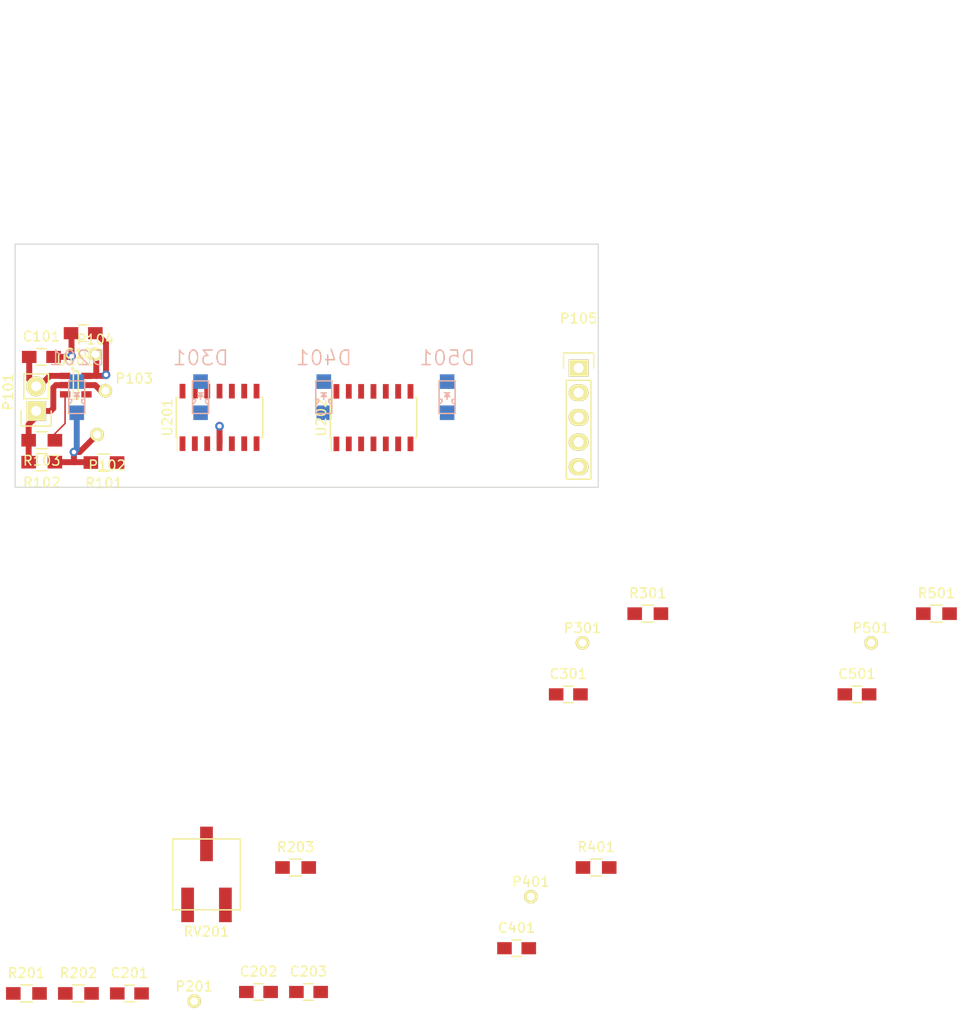
<source format=kicad_pcb>
(kicad_pcb (version 4) (host pcbnew "(2015-01-29 BZR 5396)-product")

  (general
    (links 71)
    (no_connects 55)
    (area 89.949999 74.949999 150.050001 100.050001)
    (thickness 1.6)
    (drawings 9)
    (tracks 48)
    (zones 0)
    (modules 34)
    (nets 20)
  )

  (page A4)
  (layers
    (0 F.Cu signal)
    (1 PWR.Cu signal hide)
    (2 GND.Cu signal hide)
    (31 B.Cu signal)
    (32 B.Adhes user)
    (33 F.Adhes user)
    (34 B.Paste user)
    (35 F.Paste user)
    (36 B.SilkS user)
    (37 F.SilkS user)
    (38 B.Mask user)
    (39 F.Mask user)
    (40 Dwgs.User user)
    (41 Cmts.User user)
    (42 Eco1.User user)
    (43 Eco2.User user)
    (44 Edge.Cuts user)
    (45 Margin user)
    (46 B.CrtYd user)
    (47 F.CrtYd user)
    (48 B.Fab user)
    (49 F.Fab user)
  )

  (setup
    (last_trace_width 0.1524)
    (trace_clearance 0.1524)
    (zone_clearance 0.254)
    (zone_45_only no)
    (trace_min 0.1524)
    (segment_width 0.2)
    (edge_width 0.1)
    (via_size 0.6858)
    (via_drill 0.3302)
    (via_min_size 0.6858)
    (via_min_drill 0.3302)
    (uvia_size 0.508)
    (uvia_drill 0.127)
    (uvias_allowed no)
    (uvia_min_size 0.508)
    (uvia_min_drill 0.127)
    (pcb_text_width 0.3)
    (pcb_text_size 1.5 1.5)
    (mod_edge_width 0.15)
    (mod_text_size 1 1)
    (mod_text_width 0.15)
    (pad_size 1.397 1.397)
    (pad_drill 0.8128)
    (pad_to_mask_clearance 0)
    (aux_axis_origin 0 0)
    (visible_elements 7FFFF77F)
    (pcbplotparams
      (layerselection 0x00030_80000001)
      (usegerberextensions false)
      (excludeedgelayer true)
      (linewidth 0.100000)
      (plotframeref false)
      (viasonmask false)
      (mode 1)
      (useauxorigin false)
      (hpglpennumber 1)
      (hpglpenspeed 20)
      (hpglpendiameter 15)
      (hpglpenoverlay 2)
      (psnegative false)
      (psa4output false)
      (plotreference true)
      (plotvalue true)
      (plotinvisibletext false)
      (padsonsilk false)
      (subtractmaskfromsilk false)
      (outputformat 1)
      (mirror false)
      (drillshape 1)
      (scaleselection 1)
      (outputdirectory ""))
  )

  (net 0 "")
  (net 1 "Net-(C101-Pad1)")
  (net 2 GND)
  (net 3 3V)
  (net 4 "Net-(C202-Pad1)")
  (net 5 "Net-(C202-Pad2)")
  (net 6 "Net-(C301-Pad1)")
  (net 7 "Net-(C301-Pad2)")
  (net 8 "Net-(C401-Pad1)")
  (net 9 "Net-(C401-Pad2)")
  (net 10 "Net-(C501-Pad1)")
  (net 11 "Net-(C501-Pad2)")
  (net 12 VGND)
  (net 13 /Channel1Photodetect/CHAN1_OUT)
  (net 14 /Channel2Photodetect/CHAN2_OUT)
  (net 15 /Channel3Photodetect/CHAN3_OUT)
  (net 16 /Channel4Photodetect/CHAN4_OUT)
  (net 17 "Net-(R103-Pad1)")
  (net 18 /Channel2Photodetect/REF_IN)
  (net 19 "Net-(R203-Pad2)")

  (net_class Default "This is the default net class."
    (clearance 0.1524)
    (trace_width 0.1524)
    (via_dia 0.6858)
    (via_drill 0.3302)
    (uvia_dia 0.508)
    (uvia_drill 0.127)
    (add_net /Channel1Photodetect/CHAN1_OUT)
    (add_net /Channel2Photodetect/CHAN2_OUT)
    (add_net /Channel2Photodetect/REF_IN)
    (add_net /Channel3Photodetect/CHAN3_OUT)
    (add_net /Channel4Photodetect/CHAN4_OUT)
    (add_net "Net-(C202-Pad1)")
    (add_net "Net-(C202-Pad2)")
    (add_net "Net-(C301-Pad1)")
    (add_net "Net-(C301-Pad2)")
    (add_net "Net-(C401-Pad1)")
    (add_net "Net-(C401-Pad2)")
    (add_net "Net-(C501-Pad1)")
    (add_net "Net-(C501-Pad2)")
    (add_net "Net-(R103-Pad1)")
    (add_net "Net-(R203-Pad2)")
  )

  (net_class PWR ""
    (clearance 0.254)
    (trace_width 0.6096)
    (via_dia 0.889)
    (via_drill 0.4572)
    (uvia_dia 0.508)
    (uvia_drill 0.127)
    (add_net 3V)
    (add_net GND)
    (add_net "Net-(C101-Pad1)")
    (add_net VGND)
  )

  (module Capacitors_SMD:C_0805_HandSoldering (layer F.Cu) (tedit 55623880) (tstamp 555EBBE1)
    (at 92.7 86.6)
    (descr "Capacitor SMD 0805, hand soldering")
    (tags "capacitor 0805")
    (path /555AC341)
    (attr smd)
    (fp_text reference C101 (at 0 -2.1) (layer F.SilkS)
      (effects (font (size 1 1) (thickness 0.15)))
    )
    (fp_text value 1uf (at 0 2.1) (layer F.Fab) hide
      (effects (font (size 1 1) (thickness 0.15)))
    )
    (fp_line (start -2.3 -1) (end 2.3 -1) (layer F.CrtYd) (width 0.05))
    (fp_line (start -2.3 1) (end 2.3 1) (layer F.CrtYd) (width 0.05))
    (fp_line (start -2.3 -1) (end -2.3 1) (layer F.CrtYd) (width 0.05))
    (fp_line (start 2.3 -1) (end 2.3 1) (layer F.CrtYd) (width 0.05))
    (fp_line (start 0.5 -0.85) (end -0.5 -0.85) (layer F.SilkS) (width 0.15))
    (fp_line (start -0.5 0.85) (end 0.5 0.85) (layer F.SilkS) (width 0.15))
    (pad 1 smd rect (at -1.25 0) (size 1.5 1.25) (layers F.Cu F.Paste F.Mask)
      (net 1 "Net-(C101-Pad1)"))
    (pad 2 smd rect (at 1.25 0) (size 1.5 1.25) (layers F.Cu F.Paste F.Mask)
      (net 2 GND))
    (model Capacitors_SMD.3dshapes/C_0805_HandSoldering.wrl
      (at (xyz 0 0 0))
      (scale (xyz 1 1 1))
      (rotate (xyz 0 0 0))
    )
  )

  (module Capacitors_SMD:C_0805_HandSoldering (layer F.Cu) (tedit 556247F6) (tstamp 555EBBE7)
    (at 97 84.16 180)
    (descr "Capacitor SMD 0805, hand soldering")
    (tags "capacitor 0805")
    (path /555AC4FE)
    (attr smd)
    (fp_text reference C102 (at 0 -2.1 180) (layer F.SilkS)
      (effects (font (size 1 1) (thickness 0.15)))
    )
    (fp_text value 1uf (at 0 2.1 180) (layer F.Fab) hide
      (effects (font (size 1 1) (thickness 0.15)))
    )
    (fp_line (start -2.3 -1) (end 2.3 -1) (layer F.CrtYd) (width 0.05))
    (fp_line (start -2.3 1) (end 2.3 1) (layer F.CrtYd) (width 0.05))
    (fp_line (start -2.3 -1) (end -2.3 1) (layer F.CrtYd) (width 0.05))
    (fp_line (start 2.3 -1) (end 2.3 1) (layer F.CrtYd) (width 0.05))
    (fp_line (start 0.5 -0.85) (end -0.5 -0.85) (layer F.SilkS) (width 0.15))
    (fp_line (start -0.5 0.85) (end 0.5 0.85) (layer F.SilkS) (width 0.15))
    (pad 1 smd rect (at -1.25 0 180) (size 1.5 1.25) (layers F.Cu F.Paste F.Mask)
      (net 3 3V))
    (pad 2 smd rect (at 1.25 0 180) (size 1.5 1.25) (layers F.Cu F.Paste F.Mask)
      (net 2 GND))
    (model Capacitors_SMD.3dshapes/C_0805_HandSoldering.wrl
      (at (xyz 0 0 0))
      (scale (xyz 1 1 1))
      (rotate (xyz 0 0 0))
    )
  )

  (module Capacitors_SMD:C_0805_HandSoldering (layer F.Cu) (tedit 541A9B8D) (tstamp 555EBBED)
    (at 101.759001 152.049)
    (descr "Capacitor SMD 0805, hand soldering")
    (tags "capacitor 0805")
    (path /5557A253/5557A81E)
    (attr smd)
    (fp_text reference C201 (at 0 -2.1) (layer F.SilkS)
      (effects (font (size 1 1) (thickness 0.15)))
    )
    (fp_text value .1uf (at 0 2.1) (layer F.Fab)
      (effects (font (size 1 1) (thickness 0.15)))
    )
    (fp_line (start -2.3 -1) (end 2.3 -1) (layer F.CrtYd) (width 0.05))
    (fp_line (start -2.3 1) (end 2.3 1) (layer F.CrtYd) (width 0.05))
    (fp_line (start -2.3 -1) (end -2.3 1) (layer F.CrtYd) (width 0.05))
    (fp_line (start 2.3 -1) (end 2.3 1) (layer F.CrtYd) (width 0.05))
    (fp_line (start 0.5 -0.85) (end -0.5 -0.85) (layer F.SilkS) (width 0.15))
    (fp_line (start -0.5 0.85) (end 0.5 0.85) (layer F.SilkS) (width 0.15))
    (pad 1 smd rect (at -1.25 0) (size 1.5 1.25) (layers F.Cu F.Paste F.Mask)
      (net 2 GND))
    (pad 2 smd rect (at 1.25 0) (size 1.5 1.25) (layers F.Cu F.Paste F.Mask)
      (net 3 3V))
    (model Capacitors_SMD.3dshapes/C_0805_HandSoldering.wrl
      (at (xyz 0 0 0))
      (scale (xyz 1 1 1))
      (rotate (xyz 0 0 0))
    )
  )

  (module Capacitors_SMD:C_0805_HandSoldering (layer F.Cu) (tedit 541A9B8D) (tstamp 555EBBF3)
    (at 115.039001 151.899)
    (descr "Capacitor SMD 0805, hand soldering")
    (tags "capacitor 0805")
    (path /5557A253/5557A7E6)
    (attr smd)
    (fp_text reference C202 (at 0 -2.1) (layer F.SilkS)
      (effects (font (size 1 1) (thickness 0.15)))
    )
    (fp_text value 100pf (at 0 2.1) (layer F.Fab)
      (effects (font (size 1 1) (thickness 0.15)))
    )
    (fp_line (start -2.3 -1) (end 2.3 -1) (layer F.CrtYd) (width 0.05))
    (fp_line (start -2.3 1) (end 2.3 1) (layer F.CrtYd) (width 0.05))
    (fp_line (start -2.3 -1) (end -2.3 1) (layer F.CrtYd) (width 0.05))
    (fp_line (start 2.3 -1) (end 2.3 1) (layer F.CrtYd) (width 0.05))
    (fp_line (start 0.5 -0.85) (end -0.5 -0.85) (layer F.SilkS) (width 0.15))
    (fp_line (start -0.5 0.85) (end 0.5 0.85) (layer F.SilkS) (width 0.15))
    (pad 1 smd rect (at -1.25 0) (size 1.5 1.25) (layers F.Cu F.Paste F.Mask)
      (net 4 "Net-(C202-Pad1)"))
    (pad 2 smd rect (at 1.25 0) (size 1.5 1.25) (layers F.Cu F.Paste F.Mask)
      (net 5 "Net-(C202-Pad2)"))
    (model Capacitors_SMD.3dshapes/C_0805_HandSoldering.wrl
      (at (xyz 0 0 0))
      (scale (xyz 1 1 1))
      (rotate (xyz 0 0 0))
    )
  )

  (module Capacitors_SMD:C_0805_HandSoldering (layer F.Cu) (tedit 541A9B8D) (tstamp 555EBBF9)
    (at 120.189001 151.899)
    (descr "Capacitor SMD 0805, hand soldering")
    (tags "capacitor 0805")
    (path /5557A253/5557A868)
    (attr smd)
    (fp_text reference C203 (at 0 -2.1) (layer F.SilkS)
      (effects (font (size 1 1) (thickness 0.15)))
    )
    (fp_text value .1uf (at 0 2.1) (layer F.Fab)
      (effects (font (size 1 1) (thickness 0.15)))
    )
    (fp_line (start -2.3 -1) (end 2.3 -1) (layer F.CrtYd) (width 0.05))
    (fp_line (start -2.3 1) (end 2.3 1) (layer F.CrtYd) (width 0.05))
    (fp_line (start -2.3 -1) (end -2.3 1) (layer F.CrtYd) (width 0.05))
    (fp_line (start 2.3 -1) (end 2.3 1) (layer F.CrtYd) (width 0.05))
    (fp_line (start 0.5 -0.85) (end -0.5 -0.85) (layer F.SilkS) (width 0.15))
    (fp_line (start -0.5 0.85) (end 0.5 0.85) (layer F.SilkS) (width 0.15))
    (pad 1 smd rect (at -1.25 0) (size 1.5 1.25) (layers F.Cu F.Paste F.Mask)
      (net 2 GND))
    (pad 2 smd rect (at 1.25 0) (size 1.5 1.25) (layers F.Cu F.Paste F.Mask)
      (net 3 3V))
    (model Capacitors_SMD.3dshapes/C_0805_HandSoldering.wrl
      (at (xyz 0 0 0))
      (scale (xyz 1 1 1))
      (rotate (xyz 0 0 0))
    )
  )

  (module Capacitors_SMD:C_0805_HandSoldering (layer F.Cu) (tedit 541A9B8D) (tstamp 555EBBFF)
    (at 146.919001 121.299)
    (descr "Capacitor SMD 0805, hand soldering")
    (tags "capacitor 0805")
    (path /5557AE04/5557B2BD)
    (attr smd)
    (fp_text reference C301 (at 0 -2.1) (layer F.SilkS)
      (effects (font (size 1 1) (thickness 0.15)))
    )
    (fp_text value 100pf (at 0 2.1) (layer F.Fab)
      (effects (font (size 1 1) (thickness 0.15)))
    )
    (fp_line (start -2.3 -1) (end 2.3 -1) (layer F.CrtYd) (width 0.05))
    (fp_line (start -2.3 1) (end 2.3 1) (layer F.CrtYd) (width 0.05))
    (fp_line (start -2.3 -1) (end -2.3 1) (layer F.CrtYd) (width 0.05))
    (fp_line (start 2.3 -1) (end 2.3 1) (layer F.CrtYd) (width 0.05))
    (fp_line (start 0.5 -0.85) (end -0.5 -0.85) (layer F.SilkS) (width 0.15))
    (fp_line (start -0.5 0.85) (end 0.5 0.85) (layer F.SilkS) (width 0.15))
    (pad 1 smd rect (at -1.25 0) (size 1.5 1.25) (layers F.Cu F.Paste F.Mask)
      (net 6 "Net-(C301-Pad1)"))
    (pad 2 smd rect (at 1.25 0) (size 1.5 1.25) (layers F.Cu F.Paste F.Mask)
      (net 7 "Net-(C301-Pad2)"))
    (model Capacitors_SMD.3dshapes/C_0805_HandSoldering.wrl
      (at (xyz 0 0 0))
      (scale (xyz 1 1 1))
      (rotate (xyz 0 0 0))
    )
  )

  (module Capacitors_SMD:C_0805_HandSoldering (layer F.Cu) (tedit 541A9B8D) (tstamp 555EBC05)
    (at 141.599001 147.399)
    (descr "Capacitor SMD 0805, hand soldering")
    (tags "capacitor 0805")
    (path /5557C835/5557CAA7)
    (attr smd)
    (fp_text reference C401 (at 0 -2.1) (layer F.SilkS)
      (effects (font (size 1 1) (thickness 0.15)))
    )
    (fp_text value 100pf (at 0 2.1) (layer F.Fab)
      (effects (font (size 1 1) (thickness 0.15)))
    )
    (fp_line (start -2.3 -1) (end 2.3 -1) (layer F.CrtYd) (width 0.05))
    (fp_line (start -2.3 1) (end 2.3 1) (layer F.CrtYd) (width 0.05))
    (fp_line (start -2.3 -1) (end -2.3 1) (layer F.CrtYd) (width 0.05))
    (fp_line (start 2.3 -1) (end 2.3 1) (layer F.CrtYd) (width 0.05))
    (fp_line (start 0.5 -0.85) (end -0.5 -0.85) (layer F.SilkS) (width 0.15))
    (fp_line (start -0.5 0.85) (end 0.5 0.85) (layer F.SilkS) (width 0.15))
    (pad 1 smd rect (at -1.25 0) (size 1.5 1.25) (layers F.Cu F.Paste F.Mask)
      (net 8 "Net-(C401-Pad1)"))
    (pad 2 smd rect (at 1.25 0) (size 1.5 1.25) (layers F.Cu F.Paste F.Mask)
      (net 9 "Net-(C401-Pad2)"))
    (model Capacitors_SMD.3dshapes/C_0805_HandSoldering.wrl
      (at (xyz 0 0 0))
      (scale (xyz 1 1 1))
      (rotate (xyz 0 0 0))
    )
  )

  (module Capacitors_SMD:C_0805_HandSoldering (layer F.Cu) (tedit 541A9B8D) (tstamp 555EBC0B)
    (at 176.619001 121.299)
    (descr "Capacitor SMD 0805, hand soldering")
    (tags "capacitor 0805")
    (path /5557CF0D/5557D1F2)
    (attr smd)
    (fp_text reference C501 (at 0 -2.1) (layer F.SilkS)
      (effects (font (size 1 1) (thickness 0.15)))
    )
    (fp_text value 100pf (at 0 2.1) (layer F.Fab)
      (effects (font (size 1 1) (thickness 0.15)))
    )
    (fp_line (start -2.3 -1) (end 2.3 -1) (layer F.CrtYd) (width 0.05))
    (fp_line (start -2.3 1) (end 2.3 1) (layer F.CrtYd) (width 0.05))
    (fp_line (start -2.3 -1) (end -2.3 1) (layer F.CrtYd) (width 0.05))
    (fp_line (start 2.3 -1) (end 2.3 1) (layer F.CrtYd) (width 0.05))
    (fp_line (start 0.5 -0.85) (end -0.5 -0.85) (layer F.SilkS) (width 0.15))
    (fp_line (start -0.5 0.85) (end 0.5 0.85) (layer F.SilkS) (width 0.15))
    (pad 1 smd rect (at -1.25 0) (size 1.5 1.25) (layers F.Cu F.Paste F.Mask)
      (net 10 "Net-(C501-Pad1)"))
    (pad 2 smd rect (at 1.25 0) (size 1.5 1.25) (layers F.Cu F.Paste F.Mask)
      (net 11 "Net-(C501-Pad2)"))
    (model Capacitors_SMD.3dshapes/C_0805_HandSoldering.wrl
      (at (xyz 0 0 0))
      (scale (xyz 1 1 1))
      (rotate (xyz 0 0 0))
    )
  )

  (module pcb:SFH2701 (layer B.Cu) (tedit 556238E3) (tstamp 555EBC21)
    (at 96.34 90.74)
    (path /5557A253/5557A7F6)
    (fp_text reference D201 (at 0.01 -4.04) (layer B.SilkS)
      (effects (font (size 1.5 1.5) (thickness 0.15)) (justify mirror))
    )
    (fp_text value "SFH 2701" (at 0.07 3.81) (layer B.Fab) hide
      (effects (font (size 1.5 1.5) (thickness 0.15)) (justify mirror))
    )
    (fp_line (start 0.12 -0.22) (end -0.07 -0.19) (layer B.SilkS) (width 0.15))
    (fp_line (start 0.26 -0.44) (end -0.28 -0.44) (layer B.SilkS) (width 0.15))
    (fp_line (start -0.01 -0.08) (end -0.01 0.22) (layer B.SilkS) (width 0.15))
    (fp_line (start 0.28 -0.07) (end 0 -0.39) (layer B.SilkS) (width 0.15))
    (fp_line (start 0 -0.39) (end -0.26 -0.07) (layer B.SilkS) (width 0.15))
    (fp_line (start 0.27 -0.07) (end -0.26 -0.07) (layer B.SilkS) (width 0.15))
    (fp_line (start 0.82 0.8) (end 0.51 0.5) (layer B.SilkS) (width 0.15))
    (fp_line (start 0.51 0.5) (end 0.51 0.24) (layer B.SilkS) (width 0.15))
    (fp_line (start 0.51 0.24) (end 0.79 0.24) (layer B.SilkS) (width 0.15))
    (fp_line (start -0.82 0.79) (end -0.53 0.45) (layer B.SilkS) (width 0.15))
    (fp_line (start -0.53 0.45) (end -0.53 0.22) (layer B.SilkS) (width 0.15))
    (fp_line (start -0.53 0.22) (end -0.8 0.22) (layer B.SilkS) (width 0.15))
    (fp_line (start -0.825 1.675) (end 0.825 1.675) (layer B.SilkS) (width 0.15))
    (fp_line (start 0.825 1.675) (end 0.825 -1.675) (layer B.SilkS) (width 0.15))
    (fp_line (start 0.825 -1.675) (end -0.825 -1.675) (layer B.SilkS) (width 0.15))
    (fp_line (start -0.825 -1.675) (end -0.825 1.675) (layer B.SilkS) (width 0.15))
    (pad 1 smd rect (at 0 1.6) (size 1.5 1.5) (layers B.Cu B.Paste B.Mask)
      (net 12 VGND))
    (pad 2 smd rect (at 0 -1.6) (size 1.5 1.5) (layers B.Cu B.Paste B.Mask)
      (net 5 "Net-(C202-Pad2)"))
  )

  (module pcb:SFH2701 (layer B.Cu) (tedit 556238E9) (tstamp 555EBC37)
    (at 109.08 90.74)
    (path /5557AE04/5557B2CD)
    (fp_text reference D301 (at 0.01 -4.04) (layer B.SilkS)
      (effects (font (size 1.5 1.5) (thickness 0.15)) (justify mirror))
    )
    (fp_text value "SFH 2701" (at 0.07 3.81) (layer B.Fab) hide
      (effects (font (size 1.5 1.5) (thickness 0.15)) (justify mirror))
    )
    (fp_line (start 0.12 -0.22) (end -0.07 -0.19) (layer B.SilkS) (width 0.15))
    (fp_line (start 0.26 -0.44) (end -0.28 -0.44) (layer B.SilkS) (width 0.15))
    (fp_line (start -0.01 -0.08) (end -0.01 0.22) (layer B.SilkS) (width 0.15))
    (fp_line (start 0.28 -0.07) (end 0 -0.39) (layer B.SilkS) (width 0.15))
    (fp_line (start 0 -0.39) (end -0.26 -0.07) (layer B.SilkS) (width 0.15))
    (fp_line (start 0.27 -0.07) (end -0.26 -0.07) (layer B.SilkS) (width 0.15))
    (fp_line (start 0.82 0.8) (end 0.51 0.5) (layer B.SilkS) (width 0.15))
    (fp_line (start 0.51 0.5) (end 0.51 0.24) (layer B.SilkS) (width 0.15))
    (fp_line (start 0.51 0.24) (end 0.79 0.24) (layer B.SilkS) (width 0.15))
    (fp_line (start -0.82 0.79) (end -0.53 0.45) (layer B.SilkS) (width 0.15))
    (fp_line (start -0.53 0.45) (end -0.53 0.22) (layer B.SilkS) (width 0.15))
    (fp_line (start -0.53 0.22) (end -0.8 0.22) (layer B.SilkS) (width 0.15))
    (fp_line (start -0.825 1.675) (end 0.825 1.675) (layer B.SilkS) (width 0.15))
    (fp_line (start 0.825 1.675) (end 0.825 -1.675) (layer B.SilkS) (width 0.15))
    (fp_line (start 0.825 -1.675) (end -0.825 -1.675) (layer B.SilkS) (width 0.15))
    (fp_line (start -0.825 -1.675) (end -0.825 1.675) (layer B.SilkS) (width 0.15))
    (pad 1 smd rect (at 0 1.6) (size 1.5 1.5) (layers B.Cu B.Paste B.Mask)
      (net 12 VGND))
    (pad 2 smd rect (at 0 -1.6) (size 1.5 1.5) (layers B.Cu B.Paste B.Mask)
      (net 7 "Net-(C301-Pad2)"))
  )

  (module pcb:SFH2701 (layer B.Cu) (tedit 556238EF) (tstamp 555EBC4D)
    (at 121.76 90.74)
    (path /5557C835/5557CAB7)
    (fp_text reference D401 (at 0.01 -4.04) (layer B.SilkS)
      (effects (font (size 1.5 1.5) (thickness 0.15)) (justify mirror))
    )
    (fp_text value "SFH 2701" (at 0.07 3.81) (layer B.Fab) hide
      (effects (font (size 1.5 1.5) (thickness 0.15)) (justify mirror))
    )
    (fp_line (start 0.12 -0.22) (end -0.07 -0.19) (layer B.SilkS) (width 0.15))
    (fp_line (start 0.26 -0.44) (end -0.28 -0.44) (layer B.SilkS) (width 0.15))
    (fp_line (start -0.01 -0.08) (end -0.01 0.22) (layer B.SilkS) (width 0.15))
    (fp_line (start 0.28 -0.07) (end 0 -0.39) (layer B.SilkS) (width 0.15))
    (fp_line (start 0 -0.39) (end -0.26 -0.07) (layer B.SilkS) (width 0.15))
    (fp_line (start 0.27 -0.07) (end -0.26 -0.07) (layer B.SilkS) (width 0.15))
    (fp_line (start 0.82 0.8) (end 0.51 0.5) (layer B.SilkS) (width 0.15))
    (fp_line (start 0.51 0.5) (end 0.51 0.24) (layer B.SilkS) (width 0.15))
    (fp_line (start 0.51 0.24) (end 0.79 0.24) (layer B.SilkS) (width 0.15))
    (fp_line (start -0.82 0.79) (end -0.53 0.45) (layer B.SilkS) (width 0.15))
    (fp_line (start -0.53 0.45) (end -0.53 0.22) (layer B.SilkS) (width 0.15))
    (fp_line (start -0.53 0.22) (end -0.8 0.22) (layer B.SilkS) (width 0.15))
    (fp_line (start -0.825 1.675) (end 0.825 1.675) (layer B.SilkS) (width 0.15))
    (fp_line (start 0.825 1.675) (end 0.825 -1.675) (layer B.SilkS) (width 0.15))
    (fp_line (start 0.825 -1.675) (end -0.825 -1.675) (layer B.SilkS) (width 0.15))
    (fp_line (start -0.825 -1.675) (end -0.825 1.675) (layer B.SilkS) (width 0.15))
    (pad 1 smd rect (at 0 1.6) (size 1.5 1.5) (layers B.Cu B.Paste B.Mask)
      (net 12 VGND))
    (pad 2 smd rect (at 0 -1.6) (size 1.5 1.5) (layers B.Cu B.Paste B.Mask)
      (net 9 "Net-(C401-Pad2)"))
  )

  (module pcb:SFH2701 (layer B.Cu) (tedit 556238F7) (tstamp 555EBC63)
    (at 134.45 90.74)
    (path /5557CF0D/5557D202)
    (fp_text reference D501 (at 0.01 -4.04) (layer B.SilkS)
      (effects (font (size 1.5 1.5) (thickness 0.15)) (justify mirror))
    )
    (fp_text value "SFH 2701" (at 0.07 3.81) (layer B.Fab) hide
      (effects (font (size 1.5 1.5) (thickness 0.15)) (justify mirror))
    )
    (fp_line (start 0.12 -0.22) (end -0.07 -0.19) (layer B.SilkS) (width 0.15))
    (fp_line (start 0.26 -0.44) (end -0.28 -0.44) (layer B.SilkS) (width 0.15))
    (fp_line (start -0.01 -0.08) (end -0.01 0.22) (layer B.SilkS) (width 0.15))
    (fp_line (start 0.28 -0.07) (end 0 -0.39) (layer B.SilkS) (width 0.15))
    (fp_line (start 0 -0.39) (end -0.26 -0.07) (layer B.SilkS) (width 0.15))
    (fp_line (start 0.27 -0.07) (end -0.26 -0.07) (layer B.SilkS) (width 0.15))
    (fp_line (start 0.82 0.8) (end 0.51 0.5) (layer B.SilkS) (width 0.15))
    (fp_line (start 0.51 0.5) (end 0.51 0.24) (layer B.SilkS) (width 0.15))
    (fp_line (start 0.51 0.24) (end 0.79 0.24) (layer B.SilkS) (width 0.15))
    (fp_line (start -0.82 0.79) (end -0.53 0.45) (layer B.SilkS) (width 0.15))
    (fp_line (start -0.53 0.45) (end -0.53 0.22) (layer B.SilkS) (width 0.15))
    (fp_line (start -0.53 0.22) (end -0.8 0.22) (layer B.SilkS) (width 0.15))
    (fp_line (start -0.825 1.675) (end 0.825 1.675) (layer B.SilkS) (width 0.15))
    (fp_line (start 0.825 1.675) (end 0.825 -1.675) (layer B.SilkS) (width 0.15))
    (fp_line (start 0.825 -1.675) (end -0.825 -1.675) (layer B.SilkS) (width 0.15))
    (fp_line (start -0.825 -1.675) (end -0.825 1.675) (layer B.SilkS) (width 0.15))
    (pad 1 smd rect (at 0 1.6) (size 1.5 1.5) (layers B.Cu B.Paste B.Mask)
      (net 12 VGND))
    (pad 2 smd rect (at 0 -1.6) (size 1.5 1.5) (layers B.Cu B.Paste B.Mask)
      (net 11 "Net-(C501-Pad2)"))
  )

  (module Pin_Headers:Pin_Header_Straight_1x02 (layer F.Cu) (tedit 55623996) (tstamp 555EBC69)
    (at 92.16 92.16 180)
    (descr "Through hole pin header")
    (tags "pin header")
    (path /555ABEBF)
    (fp_text reference P101 (at 2.87 1.96 450) (layer F.SilkS)
      (effects (font (size 1 1) (thickness 0.15)))
    )
    (fp_text value CONN_01X02 (at 0 -3.1 180) (layer F.Fab) hide
      (effects (font (size 1 1) (thickness 0.15)))
    )
    (fp_line (start 1.27 1.27) (end 1.27 3.81) (layer F.SilkS) (width 0.15))
    (fp_line (start 1.55 -1.55) (end 1.55 0) (layer F.SilkS) (width 0.15))
    (fp_line (start -1.75 -1.75) (end -1.75 4.3) (layer F.CrtYd) (width 0.05))
    (fp_line (start 1.75 -1.75) (end 1.75 4.3) (layer F.CrtYd) (width 0.05))
    (fp_line (start -1.75 -1.75) (end 1.75 -1.75) (layer F.CrtYd) (width 0.05))
    (fp_line (start -1.75 4.3) (end 1.75 4.3) (layer F.CrtYd) (width 0.05))
    (fp_line (start 1.27 1.27) (end -1.27 1.27) (layer F.SilkS) (width 0.15))
    (fp_line (start -1.55 0) (end -1.55 -1.55) (layer F.SilkS) (width 0.15))
    (fp_line (start -1.55 -1.55) (end 1.55 -1.55) (layer F.SilkS) (width 0.15))
    (fp_line (start -1.27 1.27) (end -1.27 3.81) (layer F.SilkS) (width 0.15))
    (fp_line (start -1.27 3.81) (end 1.27 3.81) (layer F.SilkS) (width 0.15))
    (pad 1 thru_hole rect (at 0 0 180) (size 2.032 2.032) (drill 1.016) (layers *.Cu *.Mask F.SilkS)
      (net 2 GND))
    (pad 2 thru_hole oval (at 0 2.54 180) (size 2.032 2.032) (drill 1.016) (layers *.Cu *.Mask F.SilkS)
      (net 1 "Net-(C101-Pad1)"))
    (model Pin_Headers.3dshapes/Pin_Header_Straight_1x02.wrl
      (at (xyz 0 -0.05 0))
      (scale (xyz 1 1 1))
      (rotate (xyz 0 0 90))
    )
  )

  (module Pin_Headers:Pin_Header_Straight_1x05 (layer F.Cu) (tedit 54EA0684) (tstamp 555EBC81)
    (at 147.98 87.74)
    (descr "Through hole pin header")
    (tags "pin header")
    (path /555AA94B)
    (fp_text reference P105 (at 0 -5.1) (layer F.SilkS)
      (effects (font (size 1 1) (thickness 0.15)))
    )
    (fp_text value CONN_01X05 (at 0 -3.1) (layer F.Fab)
      (effects (font (size 1 1) (thickness 0.15)))
    )
    (fp_line (start -1.55 0) (end -1.55 -1.55) (layer F.SilkS) (width 0.15))
    (fp_line (start -1.55 -1.55) (end 1.55 -1.55) (layer F.SilkS) (width 0.15))
    (fp_line (start 1.55 -1.55) (end 1.55 0) (layer F.SilkS) (width 0.15))
    (fp_line (start -1.75 -1.75) (end -1.75 11.95) (layer F.CrtYd) (width 0.05))
    (fp_line (start 1.75 -1.75) (end 1.75 11.95) (layer F.CrtYd) (width 0.05))
    (fp_line (start -1.75 -1.75) (end 1.75 -1.75) (layer F.CrtYd) (width 0.05))
    (fp_line (start -1.75 11.95) (end 1.75 11.95) (layer F.CrtYd) (width 0.05))
    (fp_line (start 1.27 1.27) (end 1.27 11.43) (layer F.SilkS) (width 0.15))
    (fp_line (start 1.27 11.43) (end -1.27 11.43) (layer F.SilkS) (width 0.15))
    (fp_line (start -1.27 11.43) (end -1.27 1.27) (layer F.SilkS) (width 0.15))
    (fp_line (start 1.27 1.27) (end -1.27 1.27) (layer F.SilkS) (width 0.15))
    (pad 1 thru_hole rect (at 0 0) (size 2.032 1.7272) (drill 1.016) (layers *.Cu *.Mask F.SilkS)
      (net 13 /Channel1Photodetect/CHAN1_OUT))
    (pad 2 thru_hole oval (at 0 2.54) (size 2.032 1.7272) (drill 1.016) (layers *.Cu *.Mask F.SilkS)
      (net 14 /Channel2Photodetect/CHAN2_OUT))
    (pad 3 thru_hole oval (at 0 5.08) (size 2.032 1.7272) (drill 1.016) (layers *.Cu *.Mask F.SilkS)
      (net 15 /Channel3Photodetect/CHAN3_OUT))
    (pad 4 thru_hole oval (at 0 7.62) (size 2.032 1.7272) (drill 1.016) (layers *.Cu *.Mask F.SilkS)
      (net 16 /Channel4Photodetect/CHAN4_OUT))
    (pad 5 thru_hole oval (at 0 10.16) (size 2.032 1.7272) (drill 1.016) (layers *.Cu *.Mask F.SilkS)
      (net 2 GND))
    (model Pin_Headers.3dshapes/Pin_Header_Straight_1x05.wrl
      (at (xyz 0 -0.2 0))
      (scale (xyz 1 1 1))
      (rotate (xyz 0 0 90))
    )
  )

  (module Resistors_SMD:R_0805_HandSoldering (layer F.Cu) (tedit 5562485B) (tstamp 555EBC9B)
    (at 99.14 97.46 180)
    (descr "Resistor SMD 0805, hand soldering")
    (tags "resistor 0805")
    (path /555AD007)
    (attr smd)
    (fp_text reference R101 (at 0 -2.1 180) (layer F.SilkS)
      (effects (font (size 1 1) (thickness 0.15)))
    )
    (fp_text value 10K (at 0 2.1 180) (layer F.Fab) hide
      (effects (font (size 1 1) (thickness 0.15)))
    )
    (fp_line (start -2.4 -1) (end 2.4 -1) (layer F.CrtYd) (width 0.05))
    (fp_line (start -2.4 1) (end 2.4 1) (layer F.CrtYd) (width 0.05))
    (fp_line (start -2.4 -1) (end -2.4 1) (layer F.CrtYd) (width 0.05))
    (fp_line (start 2.4 -1) (end 2.4 1) (layer F.CrtYd) (width 0.05))
    (fp_line (start 0.6 0.875) (end -0.6 0.875) (layer F.SilkS) (width 0.15))
    (fp_line (start -0.6 -0.875) (end 0.6 -0.875) (layer F.SilkS) (width 0.15))
    (pad 1 smd rect (at -1.35 0 180) (size 1.5 1.3) (layers F.Cu F.Paste F.Mask)
      (net 3 3V))
    (pad 2 smd rect (at 1.35 0 180) (size 1.5 1.3) (layers F.Cu F.Paste F.Mask)
      (net 12 VGND))
    (model Resistors_SMD.3dshapes/R_0805_HandSoldering.wrl
      (at (xyz 0 0 0))
      (scale (xyz 1 1 1))
      (rotate (xyz 0 0 0))
    )
  )

  (module Resistors_SMD:R_0805_HandSoldering (layer F.Cu) (tedit 55624862) (tstamp 555EBCA1)
    (at 92.74 97.42 180)
    (descr "Resistor SMD 0805, hand soldering")
    (tags "resistor 0805")
    (path /555AD03E)
    (attr smd)
    (fp_text reference R102 (at 0 -2.1 180) (layer F.SilkS)
      (effects (font (size 1 1) (thickness 0.15)))
    )
    (fp_text value 10K (at 0 2.1 180) (layer F.Fab) hide
      (effects (font (size 1 1) (thickness 0.15)))
    )
    (fp_line (start -2.4 -1) (end 2.4 -1) (layer F.CrtYd) (width 0.05))
    (fp_line (start -2.4 1) (end 2.4 1) (layer F.CrtYd) (width 0.05))
    (fp_line (start -2.4 -1) (end -2.4 1) (layer F.CrtYd) (width 0.05))
    (fp_line (start 2.4 -1) (end 2.4 1) (layer F.CrtYd) (width 0.05))
    (fp_line (start 0.6 0.875) (end -0.6 0.875) (layer F.SilkS) (width 0.15))
    (fp_line (start -0.6 -0.875) (end 0.6 -0.875) (layer F.SilkS) (width 0.15))
    (pad 1 smd rect (at -1.35 0 180) (size 1.5 1.3) (layers F.Cu F.Paste F.Mask)
      (net 12 VGND))
    (pad 2 smd rect (at 1.35 0 180) (size 1.5 1.3) (layers F.Cu F.Paste F.Mask)
      (net 2 GND))
    (model Resistors_SMD.3dshapes/R_0805_HandSoldering.wrl
      (at (xyz 0 0 0))
      (scale (xyz 1 1 1))
      (rotate (xyz 0 0 0))
    )
  )

  (module Resistors_SMD:R_0805_HandSoldering (layer F.Cu) (tedit 55623935) (tstamp 555EBCA7)
    (at 92.74 95.17 180)
    (descr "Resistor SMD 0805, hand soldering")
    (tags "resistor 0805")
    (path /555AC8F0)
    (attr smd)
    (fp_text reference R103 (at 0 -2.1 180) (layer F.SilkS)
      (effects (font (size 1 1) (thickness 0.15)))
    )
    (fp_text value 0 (at 0 2.1 180) (layer F.Fab) hide
      (effects (font (size 1 1) (thickness 0.15)))
    )
    (fp_line (start -2.4 -1) (end 2.4 -1) (layer F.CrtYd) (width 0.05))
    (fp_line (start -2.4 1) (end 2.4 1) (layer F.CrtYd) (width 0.05))
    (fp_line (start -2.4 -1) (end -2.4 1) (layer F.CrtYd) (width 0.05))
    (fp_line (start 2.4 -1) (end 2.4 1) (layer F.CrtYd) (width 0.05))
    (fp_line (start 0.6 0.875) (end -0.6 0.875) (layer F.SilkS) (width 0.15))
    (fp_line (start -0.6 -0.875) (end 0.6 -0.875) (layer F.SilkS) (width 0.15))
    (pad 1 smd rect (at -1.35 0 180) (size 1.5 1.3) (layers F.Cu F.Paste F.Mask)
      (net 17 "Net-(R103-Pad1)"))
    (pad 2 smd rect (at 1.35 0 180) (size 1.5 1.3) (layers F.Cu F.Paste F.Mask)
      (net 2 GND))
    (model Resistors_SMD.3dshapes/R_0805_HandSoldering.wrl
      (at (xyz 0 0 0))
      (scale (xyz 1 1 1))
      (rotate (xyz 0 0 0))
    )
  )

  (module Resistors_SMD:R_0805_HandSoldering (layer F.Cu) (tedit 54189DEE) (tstamp 555EBCAD)
    (at 91.159001 152.049)
    (descr "Resistor SMD 0805, hand soldering")
    (tags "resistor 0805")
    (path /5557A253/5557A7DE)
    (attr smd)
    (fp_text reference R201 (at 0 -2.1) (layer F.SilkS)
      (effects (font (size 1 1) (thickness 0.15)))
    )
    (fp_text value 1MEG (at 0 2.1) (layer F.Fab)
      (effects (font (size 1 1) (thickness 0.15)))
    )
    (fp_line (start -2.4 -1) (end 2.4 -1) (layer F.CrtYd) (width 0.05))
    (fp_line (start -2.4 1) (end 2.4 1) (layer F.CrtYd) (width 0.05))
    (fp_line (start -2.4 -1) (end -2.4 1) (layer F.CrtYd) (width 0.05))
    (fp_line (start 2.4 -1) (end 2.4 1) (layer F.CrtYd) (width 0.05))
    (fp_line (start 0.6 0.875) (end -0.6 0.875) (layer F.SilkS) (width 0.15))
    (fp_line (start -0.6 -0.875) (end 0.6 -0.875) (layer F.SilkS) (width 0.15))
    (pad 1 smd rect (at -1.35 0) (size 1.5 1.3) (layers F.Cu F.Paste F.Mask)
      (net 4 "Net-(C202-Pad1)"))
    (pad 2 smd rect (at 1.35 0) (size 1.5 1.3) (layers F.Cu F.Paste F.Mask)
      (net 5 "Net-(C202-Pad2)"))
    (model Resistors_SMD.3dshapes/R_0805_HandSoldering.wrl
      (at (xyz 0 0 0))
      (scale (xyz 1 1 1))
      (rotate (xyz 0 0 0))
    )
  )

  (module Resistors_SMD:R_0805_HandSoldering (layer F.Cu) (tedit 54189DEE) (tstamp 555EBCB3)
    (at 96.509001 152.049)
    (descr "Resistor SMD 0805, hand soldering")
    (tags "resistor 0805")
    (path /5557A253/5557A847)
    (attr smd)
    (fp_text reference R202 (at 0 -2.1) (layer F.SilkS)
      (effects (font (size 1 1) (thickness 0.15)))
    )
    (fp_text value 10K (at 0 2.1) (layer F.Fab)
      (effects (font (size 1 1) (thickness 0.15)))
    )
    (fp_line (start -2.4 -1) (end 2.4 -1) (layer F.CrtYd) (width 0.05))
    (fp_line (start -2.4 1) (end 2.4 1) (layer F.CrtYd) (width 0.05))
    (fp_line (start -2.4 -1) (end -2.4 1) (layer F.CrtYd) (width 0.05))
    (fp_line (start 2.4 -1) (end 2.4 1) (layer F.CrtYd) (width 0.05))
    (fp_line (start 0.6 0.875) (end -0.6 0.875) (layer F.SilkS) (width 0.15))
    (fp_line (start -0.6 -0.875) (end 0.6 -0.875) (layer F.SilkS) (width 0.15))
    (pad 1 smd rect (at -1.35 0) (size 1.5 1.3) (layers F.Cu F.Paste F.Mask)
      (net 18 /Channel2Photodetect/REF_IN))
    (pad 2 smd rect (at 1.35 0) (size 1.5 1.3) (layers F.Cu F.Paste F.Mask)
      (net 2 GND))
    (model Resistors_SMD.3dshapes/R_0805_HandSoldering.wrl
      (at (xyz 0 0 0))
      (scale (xyz 1 1 1))
      (rotate (xyz 0 0 0))
    )
  )

  (module Resistors_SMD:R_0805_HandSoldering (layer F.Cu) (tedit 54189DEE) (tstamp 555EBCB9)
    (at 118.859001 139.099)
    (descr "Resistor SMD 0805, hand soldering")
    (tags "resistor 0805")
    (path /5557A253/5557A840)
    (attr smd)
    (fp_text reference R203 (at 0 -2.1) (layer F.SilkS)
      (effects (font (size 1 1) (thickness 0.15)))
    )
    (fp_text value 10K (at 0 2.1) (layer F.Fab)
      (effects (font (size 1 1) (thickness 0.15)))
    )
    (fp_line (start -2.4 -1) (end 2.4 -1) (layer F.CrtYd) (width 0.05))
    (fp_line (start -2.4 1) (end 2.4 1) (layer F.CrtYd) (width 0.05))
    (fp_line (start -2.4 -1) (end -2.4 1) (layer F.CrtYd) (width 0.05))
    (fp_line (start 2.4 -1) (end 2.4 1) (layer F.CrtYd) (width 0.05))
    (fp_line (start 0.6 0.875) (end -0.6 0.875) (layer F.SilkS) (width 0.15))
    (fp_line (start -0.6 -0.875) (end 0.6 -0.875) (layer F.SilkS) (width 0.15))
    (pad 1 smd rect (at -1.35 0) (size 1.5 1.3) (layers F.Cu F.Paste F.Mask)
      (net 3 3V))
    (pad 2 smd rect (at 1.35 0) (size 1.5 1.3) (layers F.Cu F.Paste F.Mask)
      (net 19 "Net-(R203-Pad2)"))
    (model Resistors_SMD.3dshapes/R_0805_HandSoldering.wrl
      (at (xyz 0 0 0))
      (scale (xyz 1 1 1))
      (rotate (xyz 0 0 0))
    )
  )

  (module Resistors_SMD:R_0805_HandSoldering (layer F.Cu) (tedit 54189DEE) (tstamp 555EBCBF)
    (at 155.099001 112.999)
    (descr "Resistor SMD 0805, hand soldering")
    (tags "resistor 0805")
    (path /5557AE04/5557B2B5)
    (attr smd)
    (fp_text reference R301 (at 0 -2.1) (layer F.SilkS)
      (effects (font (size 1 1) (thickness 0.15)))
    )
    (fp_text value 1MEG (at 0 2.1) (layer F.Fab)
      (effects (font (size 1 1) (thickness 0.15)))
    )
    (fp_line (start -2.4 -1) (end 2.4 -1) (layer F.CrtYd) (width 0.05))
    (fp_line (start -2.4 1) (end 2.4 1) (layer F.CrtYd) (width 0.05))
    (fp_line (start -2.4 -1) (end -2.4 1) (layer F.CrtYd) (width 0.05))
    (fp_line (start 2.4 -1) (end 2.4 1) (layer F.CrtYd) (width 0.05))
    (fp_line (start 0.6 0.875) (end -0.6 0.875) (layer F.SilkS) (width 0.15))
    (fp_line (start -0.6 -0.875) (end 0.6 -0.875) (layer F.SilkS) (width 0.15))
    (pad 1 smd rect (at -1.35 0) (size 1.5 1.3) (layers F.Cu F.Paste F.Mask)
      (net 6 "Net-(C301-Pad1)"))
    (pad 2 smd rect (at 1.35 0) (size 1.5 1.3) (layers F.Cu F.Paste F.Mask)
      (net 7 "Net-(C301-Pad2)"))
    (model Resistors_SMD.3dshapes/R_0805_HandSoldering.wrl
      (at (xyz 0 0 0))
      (scale (xyz 1 1 1))
      (rotate (xyz 0 0 0))
    )
  )

  (module Resistors_SMD:R_0805_HandSoldering (layer F.Cu) (tedit 54189DEE) (tstamp 555EBCC5)
    (at 149.779001 139.099)
    (descr "Resistor SMD 0805, hand soldering")
    (tags "resistor 0805")
    (path /5557C835/5557CA9F)
    (attr smd)
    (fp_text reference R401 (at 0 -2.1) (layer F.SilkS)
      (effects (font (size 1 1) (thickness 0.15)))
    )
    (fp_text value 1MEG (at 0 2.1) (layer F.Fab)
      (effects (font (size 1 1) (thickness 0.15)))
    )
    (fp_line (start -2.4 -1) (end 2.4 -1) (layer F.CrtYd) (width 0.05))
    (fp_line (start -2.4 1) (end 2.4 1) (layer F.CrtYd) (width 0.05))
    (fp_line (start -2.4 -1) (end -2.4 1) (layer F.CrtYd) (width 0.05))
    (fp_line (start 2.4 -1) (end 2.4 1) (layer F.CrtYd) (width 0.05))
    (fp_line (start 0.6 0.875) (end -0.6 0.875) (layer F.SilkS) (width 0.15))
    (fp_line (start -0.6 -0.875) (end 0.6 -0.875) (layer F.SilkS) (width 0.15))
    (pad 1 smd rect (at -1.35 0) (size 1.5 1.3) (layers F.Cu F.Paste F.Mask)
      (net 8 "Net-(C401-Pad1)"))
    (pad 2 smd rect (at 1.35 0) (size 1.5 1.3) (layers F.Cu F.Paste F.Mask)
      (net 9 "Net-(C401-Pad2)"))
    (model Resistors_SMD.3dshapes/R_0805_HandSoldering.wrl
      (at (xyz 0 0 0))
      (scale (xyz 1 1 1))
      (rotate (xyz 0 0 0))
    )
  )

  (module Resistors_SMD:R_0805_HandSoldering (layer F.Cu) (tedit 54189DEE) (tstamp 555EBCCB)
    (at 184.799001 112.999)
    (descr "Resistor SMD 0805, hand soldering")
    (tags "resistor 0805")
    (path /5557CF0D/5557D1EA)
    (attr smd)
    (fp_text reference R501 (at 0 -2.1) (layer F.SilkS)
      (effects (font (size 1 1) (thickness 0.15)))
    )
    (fp_text value 1MEG (at 0 2.1) (layer F.Fab)
      (effects (font (size 1 1) (thickness 0.15)))
    )
    (fp_line (start -2.4 -1) (end 2.4 -1) (layer F.CrtYd) (width 0.05))
    (fp_line (start -2.4 1) (end 2.4 1) (layer F.CrtYd) (width 0.05))
    (fp_line (start -2.4 -1) (end -2.4 1) (layer F.CrtYd) (width 0.05))
    (fp_line (start 2.4 -1) (end 2.4 1) (layer F.CrtYd) (width 0.05))
    (fp_line (start 0.6 0.875) (end -0.6 0.875) (layer F.SilkS) (width 0.15))
    (fp_line (start -0.6 -0.875) (end 0.6 -0.875) (layer F.SilkS) (width 0.15))
    (pad 1 smd rect (at -1.35 0) (size 1.5 1.3) (layers F.Cu F.Paste F.Mask)
      (net 10 "Net-(C501-Pad1)"))
    (pad 2 smd rect (at 1.35 0) (size 1.5 1.3) (layers F.Cu F.Paste F.Mask)
      (net 11 "Net-(C501-Pad2)"))
    (model Resistors_SMD.3dshapes/R_0805_HandSoldering.wrl
      (at (xyz 0 0 0))
      (scale (xyz 1 1 1))
      (rotate (xyz 0 0 0))
    )
  )

  (module Housings_SOT-23_SOT-143_TSOT-6:SOT-23-5 (layer F.Cu) (tedit 55360473) (tstamp 555EBCDA)
    (at 96.24 89.5)
    (descr "5-pin SOT23 package")
    (tags SOT-23-5)
    (path /555AC7D2)
    (attr smd)
    (fp_text reference U101 (at -0.05 -2.55) (layer F.SilkS)
      (effects (font (size 1 1) (thickness 0.15)))
    )
    (fp_text value LP2980-N (at -0.05 2.35) (layer F.Fab)
      (effects (font (size 1 1) (thickness 0.15)))
    )
    (fp_line (start -1.8 -1.6) (end 1.8 -1.6) (layer F.CrtYd) (width 0.05))
    (fp_line (start 1.8 -1.6) (end 1.8 1.6) (layer F.CrtYd) (width 0.05))
    (fp_line (start 1.8 1.6) (end -1.8 1.6) (layer F.CrtYd) (width 0.05))
    (fp_line (start -1.8 1.6) (end -1.8 -1.6) (layer F.CrtYd) (width 0.05))
    (fp_circle (center -0.3 -1.7) (end -0.2 -1.7) (layer F.SilkS) (width 0.15))
    (fp_line (start 0.25 -1.45) (end -0.25 -1.45) (layer F.SilkS) (width 0.15))
    (fp_line (start 0.25 1.45) (end 0.25 -1.45) (layer F.SilkS) (width 0.15))
    (fp_line (start -0.25 1.45) (end 0.25 1.45) (layer F.SilkS) (width 0.15))
    (fp_line (start -0.25 -1.45) (end -0.25 1.45) (layer F.SilkS) (width 0.15))
    (pad 1 smd rect (at -1.1 -0.95) (size 1.06 0.65) (layers F.Cu F.Paste F.Mask)
      (net 1 "Net-(C101-Pad1)"))
    (pad 2 smd rect (at -1.1 0) (size 1.06 0.65) (layers F.Cu F.Paste F.Mask)
      (net 2 GND))
    (pad 3 smd rect (at -1.1 0.95) (size 1.06 0.65) (layers F.Cu F.Paste F.Mask)
      (net 17 "Net-(R103-Pad1)"))
    (pad 4 smd rect (at 1.1 0.95) (size 1.06 0.65) (layers F.Cu F.Paste F.Mask))
    (pad 5 smd rect (at 1.1 -0.95) (size 1.06 0.65) (layers F.Cu F.Paste F.Mask)
      (net 3 3V))
    (model Housings_SOT-23_SOT-143_TSOT-6.3dshapes/SOT-23-5.wrl
      (at (xyz 0 0 0))
      (scale (xyz 0.11 0.11 0.11))
      (rotate (xyz 0 0 90))
    )
  )

  (module Housings_SOIC:SOIC-14_3.9x8.7mm_Pitch1.27mm (layer F.Cu) (tedit 54130A77) (tstamp 555EBCEC)
    (at 111.03 92.82 90)
    (descr "14-Lead Plastic Small Outline (SL) - Narrow, 3.90 mm Body [SOIC] (see Microchip Packaging Specification 00000049BS.pdf)")
    (tags "SOIC 1.27")
    (path /5557A253/5557A7EE)
    (attr smd)
    (fp_text reference U201 (at 0 -5.375 90) (layer F.SilkS)
      (effects (font (size 1 1) (thickness 0.15)))
    )
    (fp_text value MCP6404 (at 0 5.375 90) (layer F.Fab)
      (effects (font (size 1 1) (thickness 0.15)))
    )
    (fp_line (start -3.7 -4.65) (end -3.7 4.65) (layer F.CrtYd) (width 0.05))
    (fp_line (start 3.7 -4.65) (end 3.7 4.65) (layer F.CrtYd) (width 0.05))
    (fp_line (start -3.7 -4.65) (end 3.7 -4.65) (layer F.CrtYd) (width 0.05))
    (fp_line (start -3.7 4.65) (end 3.7 4.65) (layer F.CrtYd) (width 0.05))
    (fp_line (start -2.075 -4.45) (end -2.075 -4.335) (layer F.SilkS) (width 0.15))
    (fp_line (start 2.075 -4.45) (end 2.075 -4.335) (layer F.SilkS) (width 0.15))
    (fp_line (start 2.075 4.45) (end 2.075 4.335) (layer F.SilkS) (width 0.15))
    (fp_line (start -2.075 4.45) (end -2.075 4.335) (layer F.SilkS) (width 0.15))
    (fp_line (start -2.075 -4.45) (end 2.075 -4.45) (layer F.SilkS) (width 0.15))
    (fp_line (start -2.075 4.45) (end 2.075 4.45) (layer F.SilkS) (width 0.15))
    (fp_line (start -2.075 -4.335) (end -3.45 -4.335) (layer F.SilkS) (width 0.15))
    (pad 1 smd rect (at -2.7 -3.81 90) (size 1.5 0.6) (layers F.Cu F.Paste F.Mask)
      (net 4 "Net-(C202-Pad1)"))
    (pad 2 smd rect (at -2.7 -2.54 90) (size 1.5 0.6) (layers F.Cu F.Paste F.Mask)
      (net 5 "Net-(C202-Pad2)"))
    (pad 3 smd rect (at -2.7 -1.27 90) (size 1.5 0.6) (layers F.Cu F.Paste F.Mask)
      (net 12 VGND))
    (pad 4 smd rect (at -2.7 0 90) (size 1.5 0.6) (layers F.Cu F.Paste F.Mask)
      (net 3 3V))
    (pad 5 smd rect (at -2.7 1.27 90) (size 1.5 0.6) (layers F.Cu F.Paste F.Mask)
      (net 12 VGND))
    (pad 6 smd rect (at -2.7 2.54 90) (size 1.5 0.6) (layers F.Cu F.Paste F.Mask)
      (net 7 "Net-(C301-Pad2)"))
    (pad 7 smd rect (at -2.7 3.81 90) (size 1.5 0.6) (layers F.Cu F.Paste F.Mask)
      (net 6 "Net-(C301-Pad1)"))
    (pad 8 smd rect (at 2.7 3.81 90) (size 1.5 0.6) (layers F.Cu F.Paste F.Mask)
      (net 8 "Net-(C401-Pad1)"))
    (pad 9 smd rect (at 2.7 2.54 90) (size 1.5 0.6) (layers F.Cu F.Paste F.Mask)
      (net 9 "Net-(C401-Pad2)"))
    (pad 10 smd rect (at 2.7 1.27 90) (size 1.5 0.6) (layers F.Cu F.Paste F.Mask)
      (net 12 VGND))
    (pad 11 smd rect (at 2.7 0 90) (size 1.5 0.6) (layers F.Cu F.Paste F.Mask)
      (net 2 GND))
    (pad 12 smd rect (at 2.7 -1.27 90) (size 1.5 0.6) (layers F.Cu F.Paste F.Mask)
      (net 12 VGND))
    (pad 13 smd rect (at 2.7 -2.54 90) (size 1.5 0.6) (layers F.Cu F.Paste F.Mask)
      (net 11 "Net-(C501-Pad2)"))
    (pad 14 smd rect (at 2.7 -3.81 90) (size 1.5 0.6) (layers F.Cu F.Paste F.Mask)
      (net 10 "Net-(C501-Pad1)"))
    (model Housings_SOIC.3dshapes/SOIC-14_3.9x8.7mm_Pitch1.27mm.wrl
      (at (xyz 0 0 0))
      (scale (xyz 1 1 1))
      (rotate (xyz 0 0 0))
    )
  )

  (module Housings_SOIC:SOIC-14_3.9x8.7mm_Pitch1.27mm (layer F.Cu) (tedit 54130A77) (tstamp 555EBCFE)
    (at 126.87 92.84 90)
    (descr "14-Lead Plastic Small Outline (SL) - Narrow, 3.90 mm Body [SOIC] (see Microchip Packaging Specification 00000049BS.pdf)")
    (tags "SOIC 1.27")
    (path /5557A253/5557A836)
    (attr smd)
    (fp_text reference U202 (at 0 -5.375 90) (layer F.SilkS)
      (effects (font (size 1 1) (thickness 0.15)))
    )
    (fp_text value LM339 (at 0 5.375 90) (layer F.Fab)
      (effects (font (size 1 1) (thickness 0.15)))
    )
    (fp_line (start -3.7 -4.65) (end -3.7 4.65) (layer F.CrtYd) (width 0.05))
    (fp_line (start 3.7 -4.65) (end 3.7 4.65) (layer F.CrtYd) (width 0.05))
    (fp_line (start -3.7 -4.65) (end 3.7 -4.65) (layer F.CrtYd) (width 0.05))
    (fp_line (start -3.7 4.65) (end 3.7 4.65) (layer F.CrtYd) (width 0.05))
    (fp_line (start -2.075 -4.45) (end -2.075 -4.335) (layer F.SilkS) (width 0.15))
    (fp_line (start 2.075 -4.45) (end 2.075 -4.335) (layer F.SilkS) (width 0.15))
    (fp_line (start 2.075 4.45) (end 2.075 4.335) (layer F.SilkS) (width 0.15))
    (fp_line (start -2.075 4.45) (end -2.075 4.335) (layer F.SilkS) (width 0.15))
    (fp_line (start -2.075 -4.45) (end 2.075 -4.45) (layer F.SilkS) (width 0.15))
    (fp_line (start -2.075 4.45) (end 2.075 4.45) (layer F.SilkS) (width 0.15))
    (fp_line (start -2.075 -4.335) (end -3.45 -4.335) (layer F.SilkS) (width 0.15))
    (pad 1 smd rect (at -2.7 -3.81 90) (size 1.5 0.6) (layers F.Cu F.Paste F.Mask)
      (net 14 /Channel2Photodetect/CHAN2_OUT))
    (pad 2 smd rect (at -2.7 -2.54 90) (size 1.5 0.6) (layers F.Cu F.Paste F.Mask)
      (net 13 /Channel1Photodetect/CHAN1_OUT))
    (pad 3 smd rect (at -2.7 -1.27 90) (size 1.5 0.6) (layers F.Cu F.Paste F.Mask)
      (net 3 3V))
    (pad 4 smd rect (at -2.7 0 90) (size 1.5 0.6) (layers F.Cu F.Paste F.Mask)
      (net 18 /Channel2Photodetect/REF_IN))
    (pad 5 smd rect (at -2.7 1.27 90) (size 1.5 0.6) (layers F.Cu F.Paste F.Mask)
      (net 4 "Net-(C202-Pad1)"))
    (pad 6 smd rect (at -2.7 2.54 90) (size 1.5 0.6) (layers F.Cu F.Paste F.Mask)
      (net 18 /Channel2Photodetect/REF_IN))
    (pad 7 smd rect (at -2.7 3.81 90) (size 1.5 0.6) (layers F.Cu F.Paste F.Mask)
      (net 6 "Net-(C301-Pad1)"))
    (pad 8 smd rect (at 2.7 3.81 90) (size 1.5 0.6) (layers F.Cu F.Paste F.Mask)
      (net 18 /Channel2Photodetect/REF_IN))
    (pad 9 smd rect (at 2.7 2.54 90) (size 1.5 0.6) (layers F.Cu F.Paste F.Mask)
      (net 10 "Net-(C501-Pad1)"))
    (pad 10 smd rect (at 2.7 1.27 90) (size 1.5 0.6) (layers F.Cu F.Paste F.Mask)
      (net 18 /Channel2Photodetect/REF_IN))
    (pad 11 smd rect (at 2.7 0 90) (size 1.5 0.6) (layers F.Cu F.Paste F.Mask)
      (net 8 "Net-(C401-Pad1)"))
    (pad 12 smd rect (at 2.7 -1.27 90) (size 1.5 0.6) (layers F.Cu F.Paste F.Mask)
      (net 2 GND))
    (pad 13 smd rect (at 2.7 -2.54 90) (size 1.5 0.6) (layers F.Cu F.Paste F.Mask)
      (net 15 /Channel3Photodetect/CHAN3_OUT))
    (pad 14 smd rect (at 2.7 -3.81 90) (size 1.5 0.6) (layers F.Cu F.Paste F.Mask)
      (net 16 /Channel4Photodetect/CHAN4_OUT))
    (model Housings_SOIC.3dshapes/SOIC-14_3.9x8.7mm_Pitch1.27mm.wrl
      (at (xyz 0 0 0))
      (scale (xyz 1 1 1))
      (rotate (xyz 0 0 0))
    )
  )

  (module pcb:BOURNS_3361P (layer F.Cu) (tedit 556230B1) (tstamp 5562317D)
    (at 109.69 139.81)
    (path /5557A253/5557A856)
    (fp_text reference RV201 (at 0 5.88) (layer F.SilkS)
      (effects (font (size 1 1) (thickness 0.15)))
    )
    (fp_text value 10K (at 0 -6.1) (layer F.Fab)
      (effects (font (size 1 1) (thickness 0.15)))
    )
    (fp_line (start -3.48 -3.645) (end 3.48 -3.645) (layer F.SilkS) (width 0.15))
    (fp_line (start 3.48 -3.645) (end 3.48 3.645) (layer F.SilkS) (width 0.15))
    (fp_line (start 3.48 3.645) (end -3.48 3.645) (layer F.SilkS) (width 0.15))
    (fp_line (start -3.48 3.645) (end -3.48 -3.645) (layer F.SilkS) (width 0.15))
    (pad 2 smd rect (at 0 -3.135) (size 1.31 3.55) (layers F.Cu F.Paste F.Mask)
      (net 19 "Net-(R203-Pad2)"))
    (pad 1 smd rect (at -1.945 3.135) (size 1.31 3.55) (layers F.Cu F.Paste F.Mask))
    (pad 3 smd rect (at 1.945 3.135) (size 1.31 3.55) (layers F.Cu F.Paste F.Mask)
      (net 18 /Channel2Photodetect/REF_IN))
  )

  (module pcb:TESTPOINT_1 (layer F.Cu) (tedit 556248EC) (tstamp 5562563A)
    (at 98.43 94.59)
    (descr "Connecteurs 2 pins")
    (tags "CONN DEV")
    (path /555AEE2A)
    (fp_text reference P102 (at 1.03 3.16) (layer F.SilkS)
      (effects (font (size 1 1) (thickness 0.15)))
    )
    (fp_text value TP_VGND (at 4.17 -0.04) (layer F.Fab)
      (effects (font (size 1 1) (thickness 0.15)))
    )
    (pad 1 thru_hole circle (at 0 0) (size 1.397 1.397) (drill 0.8128) (layers *.Cu *.Mask F.SilkS)
      (net 12 VGND))
    (model Connect.3dshapes/TESTPOINT.wrl
      (at (xyz 0 0 0))
      (scale (xyz 1 1 1))
      (rotate (xyz 0 0 0))
    )
  )

  (module pcb:TESTPOINT_1 (layer F.Cu) (tedit 556246A2) (tstamp 5562563E)
    (at 99.28 90.08)
    (descr "Connecteurs 2 pins")
    (tags "CONN DEV")
    (path /555AF016)
    (fp_text reference P103 (at 2.97 -1.26) (layer F.SilkS)
      (effects (font (size 1 1) (thickness 0.15)))
    )
    (fp_text value TP_GND (at 3.72 0.08) (layer F.Fab)
      (effects (font (size 1 1) (thickness 0.15)))
    )
    (pad 1 thru_hole circle (at 0 0) (size 1.397 1.397) (drill 0.8128) (layers *.Cu *.Mask F.SilkS)
      (net 2 GND))
    (model Connect.3dshapes/TESTPOINT.wrl
      (at (xyz 0 0 0))
      (scale (xyz 1 1 1))
      (rotate (xyz 0 0 0))
    )
  )

  (module pcb:TESTPOINT_1 (layer F.Cu) (tedit 5562477A) (tstamp 55625642)
    (at 98.26 86.33)
    (descr "Connecteurs 2 pins")
    (tags "CONN DEV")
    (path /555AECB0)
    (fp_text reference P104 (at 0 -1.524) (layer F.SilkS)
      (effects (font (size 1 1) (thickness 0.15)))
    )
    (fp_text value TP_3V (at 0.3 -1.67) (layer F.Fab)
      (effects (font (size 1 1) (thickness 0.15)))
    )
    (pad 1 thru_hole circle (at 0 0) (size 1.397 1.397) (drill 0.8128) (layers *.Cu *.Mask F.SilkS)
      (net 3 3V))
    (model Connect.3dshapes/TESTPOINT.wrl
      (at (xyz 0 0 0))
      (scale (xyz 1 1 1))
      (rotate (xyz 0 0 0))
    )
  )

  (module pcb:TESTPOINT_1 (layer F.Cu) (tedit 55624576) (tstamp 55625646)
    (at 108.423286 152.849)
    (descr "Connecteurs 2 pins")
    (tags "CONN DEV")
    (path /5557A253/555AE4AC)
    (fp_text reference P201 (at 0 -1.524) (layer F.SilkS)
      (effects (font (size 1 1) (thickness 0.15)))
    )
    (fp_text value TP_CHAN1 (at 0.127 1.524) (layer F.Fab)
      (effects (font (size 1 1) (thickness 0.15)))
    )
    (pad 1 thru_hole circle (at 0 0) (size 1.397 1.397) (drill 0.8128) (layers *.Cu *.Mask F.SilkS)
      (net 4 "Net-(C202-Pad1)"))
    (model Connect.3dshapes/TESTPOINT.wrl
      (at (xyz 0 0 0))
      (scale (xyz 1 1 1))
      (rotate (xyz 0 0 0))
    )
  )

  (module pcb:TESTPOINT_1 (layer F.Cu) (tedit 5562457E) (tstamp 5562564A)
    (at 148.383286 115.999)
    (descr "Connecteurs 2 pins")
    (tags "CONN DEV")
    (path /5557AE04/555AE61A)
    (fp_text reference P301 (at 0 -1.524) (layer F.SilkS)
      (effects (font (size 1 1) (thickness 0.15)))
    )
    (fp_text value TP_CHAN2 (at 0.127 1.524) (layer F.Fab)
      (effects (font (size 1 1) (thickness 0.15)))
    )
    (pad 1 thru_hole circle (at 0 0) (size 1.397 1.397) (drill 0.8128) (layers *.Cu *.Mask F.SilkS)
      (net 6 "Net-(C301-Pad1)"))
    (model Connect.3dshapes/TESTPOINT.wrl
      (at (xyz 0 0 0))
      (scale (xyz 1 1 1))
      (rotate (xyz 0 0 0))
    )
  )

  (module pcb:TESTPOINT_1 (layer F.Cu) (tedit 5562457A) (tstamp 5562564E)
    (at 143.063286 142.099)
    (descr "Connecteurs 2 pins")
    (tags "CONN DEV")
    (path /5557C835/555AE712)
    (fp_text reference P401 (at 0 -1.524) (layer F.SilkS)
      (effects (font (size 1 1) (thickness 0.15)))
    )
    (fp_text value TP_CHAN3 (at 0.127 1.524) (layer F.Fab)
      (effects (font (size 1 1) (thickness 0.15)))
    )
    (pad 1 thru_hole circle (at 0 0) (size 1.397 1.397) (drill 0.8128) (layers *.Cu *.Mask F.SilkS)
      (net 8 "Net-(C401-Pad1)"))
    (model Connect.3dshapes/TESTPOINT.wrl
      (at (xyz 0 0 0))
      (scale (xyz 1 1 1))
      (rotate (xyz 0 0 0))
    )
  )

  (module pcb:TESTPOINT_1 (layer F.Cu) (tedit 55624582) (tstamp 55625652)
    (at 178.083286 115.999)
    (descr "Connecteurs 2 pins")
    (tags "CONN DEV")
    (path /5557CF0D/555AE83B)
    (fp_text reference P501 (at 0 -1.524) (layer F.SilkS)
      (effects (font (size 1 1) (thickness 0.15)))
    )
    (fp_text value TP_CHAN4 (at 0.127 1.524) (layer F.Fab)
      (effects (font (size 1 1) (thickness 0.15)))
    )
    (pad 1 thru_hole circle (at 0 0) (size 1.397 1.397) (drill 0.8128) (layers *.Cu *.Mask F.SilkS)
      (net 10 "Net-(C501-Pad1)"))
    (model Connect.3dshapes/TESTPOINT.wrl
      (at (xyz 0 0 0))
      (scale (xyz 1 1 1))
      (rotate (xyz 0 0 0))
    )
  )

  (gr_line (start 89.99 82.89) (end 89.96 82.89) (angle 90) (layer Edge.Cuts) (width 0.1))
  (gr_line (start 90 100) (end 90 75) (angle 90) (layer Edge.Cuts) (width 0.1) (tstamp 555EB516))
  (gr_line (start 150 100) (end 90 100) (angle 90) (layer Edge.Cuts) (width 0.1))
  (gr_line (start 150 75) (end 150 100) (angle 90) (layer Edge.Cuts) (width 0.1))
  (gr_line (start 90 75) (end 150 75) (angle 90) (layer Edge.Cuts) (width 0.1))
  (gr_line (start 90 100) (end 90 50) (angle 90) (layer Eco1.User) (width 0.2))
  (gr_line (start 180 100) (end 90 100) (angle 90) (layer Eco1.User) (width 0.2))
  (gr_line (start 180 50) (end 180 100) (angle 90) (layer Eco1.User) (width 0.2))
  (gr_line (start 90 50) (end 180 50) (angle 90) (layer Eco1.User) (width 0.2))

  (segment (start 92.49 89.62) (end 92.16 89.62) (width 0.6096) (layer F.Cu) (net 1) (tstamp 5562367A))
  (segment (start 93.56 88.55) (end 92.49 89.62) (width 0.6096) (layer F.Cu) (net 1) (tstamp 55623676))
  (segment (start 95.14 88.55) (end 93.56 88.55) (width 0.6096) (layer F.Cu) (net 1))
  (segment (start 91.45 88.91) (end 92.16 89.62) (width 0.6096) (layer F.Cu) (net 1) (tstamp 556238B6))
  (segment (start 91.45 86.6) (end 91.45 88.91) (width 0.6096) (layer F.Cu) (net 1))
  (segment (start 91.39 97.42) (end 91.39 95.17) (width 0.6096) (layer F.Cu) (net 2))
  (segment (start 95.8 84.21) (end 95.8 86.53) (width 0.6096) (layer F.Cu) (net 2))
  (segment (start 95.73 86.6) (end 93.95 86.6) (width 0.6096) (layer F.Cu) (net 2))
  (via (at 95.8 86.53) (size 0.889) (layers F.Cu B.Cu) (net 2))
  (segment (start 95.73 86.6) (end 95.8 86.53) (width 0.6096) (layer F.Cu) (net 2) (tstamp 556238C0))
  (segment (start 95.8 84.21) (end 95.75 84.16) (width 0.6096) (layer F.Cu) (net 2) (tstamp 5562570C))
  (segment (start 99.28 90.08) (end 98.82 90.08) (width 0.6096) (layer F.Cu) (net 2))
  (segment (start 98.82 90.08) (end 98.24 89.5) (width 0.6096) (layer F.Cu) (net 2) (tstamp 556256A3))
  (segment (start 98.24 89.5) (end 95.14 89.5) (width 0.6096) (layer F.Cu) (net 2) (tstamp 556256A4))
  (segment (start 94.19 89.5) (end 93.93 89.76) (width 0.6096) (layer F.Cu) (net 2) (tstamp 55623641))
  (segment (start 93.93 89.76) (end 93.93 91.88) (width 0.6096) (layer F.Cu) (net 2) (tstamp 55623643))
  (segment (start 93.93 91.88) (end 93.65 92.16) (width 0.6096) (layer F.Cu) (net 2) (tstamp 55623649))
  (segment (start 93.65 92.16) (end 92.16 92.16) (width 0.6096) (layer F.Cu) (net 2) (tstamp 5562364D))
  (segment (start 95.14 89.5) (end 94.19 89.5) (width 0.6096) (layer F.Cu) (net 2))
  (segment (start 92.16 92.16) (end 92.16 92.77) (width 0.6096) (layer F.Cu) (net 2))
  (segment (start 92.16 92.77) (end 91.39 93.54) (width 0.6096) (layer F.Cu) (net 2) (tstamp 55623980))
  (segment (start 91.39 93.54) (end 91.39 95.17) (width 0.6096) (layer F.Cu) (net 2) (tstamp 55623981))
  (segment (start 98.25 84.16) (end 98.32 84.16) (width 0.6096) (layer F.Cu) (net 3))
  (segment (start 98.32 84.16) (end 99.35 85.19) (width 0.6096) (layer F.Cu) (net 3) (tstamp 55625713))
  (segment (start 99.35 85.19) (end 99.35 88.44) (width 0.6096) (layer F.Cu) (net 3) (tstamp 55625714))
  (segment (start 98.25 86.32) (end 98.26 86.33) (width 0.6096) (layer F.Cu) (net 3) (tstamp 5562570F))
  (segment (start 98.35 88.55) (end 98.35 86.42) (width 0.6096) (layer F.Cu) (net 3))
  (segment (start 98.35 86.42) (end 98.26 86.33) (width 0.6096) (layer F.Cu) (net 3) (tstamp 5562568F))
  (segment (start 99.24 88.55) (end 99.35 88.44) (width 0.6096) (layer F.Cu) (net 3) (tstamp 556236C0))
  (via (at 99.35 88.44) (size 0.889) (layers F.Cu B.Cu) (net 3))
  (segment (start 97.34 88.55) (end 98.35 88.55) (width 0.6096) (layer F.Cu) (net 3))
  (segment (start 98.35 88.55) (end 99.24 88.55) (width 0.6096) (layer F.Cu) (net 3) (tstamp 5562568D))
  (via (at 111.03 93.72) (size 0.889) (layers F.Cu B.Cu) (net 3))
  (segment (start 111.03 95.52) (end 111.03 93.72) (width 0.6096) (layer F.Cu) (net 3))
  (segment (start 96.05 96.38) (end 96.64 96.38) (width 0.6096) (layer F.Cu) (net 12))
  (segment (start 96.64 96.38) (end 98.43 94.59) (width 0.6096) (layer F.Cu) (net 12) (tstamp 5562577B) (status 800000))
  (segment (start 96.05 97.42) (end 96.05 96.32) (width 0.6096) (layer F.Cu) (net 12))
  (segment (start 96.34 96.09) (end 96.34 92.34) (width 0.6096) (layer B.Cu) (net 12) (tstamp 55625777) (status 800000))
  (segment (start 96.05 96.38) (end 96.34 96.09) (width 0.6096) (layer B.Cu) (net 12) (tstamp 55625776))
  (via (at 96.05 96.38) (size 0.889) (layers F.Cu B.Cu) (net 12))
  (segment (start 96.05 96.32) (end 96.05 96.38) (width 0.6096) (layer F.Cu) (net 12) (tstamp 55625772))
  (segment (start 94.09 97.42) (end 96.05 97.42) (width 0.6096) (layer F.Cu) (net 12))
  (segment (start 96.05 97.42) (end 96.07 97.42) (width 0.6096) (layer F.Cu) (net 12) (tstamp 55625770))
  (segment (start 96.07 97.42) (end 97.75 97.42) (width 0.6096) (layer F.Cu) (net 12) (tstamp 55625762))
  (segment (start 97.75 97.42) (end 97.79 97.46) (width 0.6096) (layer F.Cu) (net 12) (tstamp 5562575F))
  (segment (start 94.09 95.17) (end 94.09 94.49) (width 0.1524) (layer F.Cu) (net 17))
  (segment (start 95.14 93.44) (end 95.14 90.45) (width 0.1524) (layer F.Cu) (net 17) (tstamp 55624042))
  (segment (start 94.09 94.49) (end 95.14 93.44) (width 0.1524) (layer F.Cu) (net 17) (tstamp 5562403B))

  (zone (net 3) (net_name 3V) (layer PWR.Cu) (tstamp 55623208) (hatch edge 0.508)
    (connect_pads (clearance 0.254))
    (min_thickness 0.1524)
    (fill yes (arc_segments 16) (thermal_gap 0.254) (thermal_bridge_width 0.254))
    (polygon
      (pts
        (xy 90 74.99) (xy 90.01 100) (xy 149.98 99.99) (xy 149.99 75.01)
      )
    )
    (filled_polygon
      (pts
        (xy 149.6198 99.6198) (xy 149.352574 99.6198) (xy 149.352574 97.9) (xy 149.352574 95.36) (xy 149.352574 92.82)
        (xy 149.352574 90.28) (xy 149.332669 90.179931) (xy 149.332669 88.6036) (xy 149.332669 86.8764) (xy 149.308241 86.750496)
        (xy 149.23555 86.639838) (xy 149.125813 86.565764) (xy 148.996 86.539731) (xy 146.964 86.539731) (xy 146.838096 86.564159)
        (xy 146.727438 86.63685) (xy 146.653364 86.746587) (xy 146.627331 86.8764) (xy 146.627331 88.6036) (xy 146.651759 88.729504)
        (xy 146.72445 88.840162) (xy 146.834187 88.914236) (xy 146.964 88.940269) (xy 148.996 88.940269) (xy 149.121904 88.915841)
        (xy 149.232562 88.84315) (xy 149.306636 88.733413) (xy 149.332669 88.6036) (xy 149.332669 90.179931) (xy 149.261701 89.823153)
        (xy 149.002918 89.435856) (xy 148.615621 89.177073) (xy 148.158774 89.0862) (xy 147.801226 89.0862) (xy 147.344379 89.177073)
        (xy 146.957082 89.435856) (xy 146.698299 89.823153) (xy 146.607426 90.28) (xy 146.698299 90.736847) (xy 146.957082 91.124144)
        (xy 147.344379 91.382927) (xy 147.801226 91.4738) (xy 148.158774 91.4738) (xy 148.615621 91.382927) (xy 149.002918 91.124144)
        (xy 149.261701 90.736847) (xy 149.352574 90.28) (xy 149.352574 92.82) (xy 149.261701 92.363153) (xy 149.002918 91.975856)
        (xy 148.615621 91.717073) (xy 148.158774 91.6262) (xy 147.801226 91.6262) (xy 147.344379 91.717073) (xy 146.957082 91.975856)
        (xy 146.698299 92.363153) (xy 146.607426 92.82) (xy 146.698299 93.276847) (xy 146.957082 93.664144) (xy 147.344379 93.922927)
        (xy 147.801226 94.0138) (xy 148.158774 94.0138) (xy 148.615621 93.922927) (xy 149.002918 93.664144) (xy 149.261701 93.276847)
        (xy 149.352574 92.82) (xy 149.352574 95.36) (xy 149.261701 94.903153) (xy 149.002918 94.515856) (xy 148.615621 94.257073)
        (xy 148.158774 94.1662) (xy 147.801226 94.1662) (xy 147.344379 94.257073) (xy 146.957082 94.515856) (xy 146.698299 94.903153)
        (xy 146.607426 95.36) (xy 146.698299 95.816847) (xy 146.957082 96.204144) (xy 147.344379 96.462927) (xy 147.801226 96.5538)
        (xy 148.158774 96.5538) (xy 148.615621 96.462927) (xy 149.002918 96.204144) (xy 149.261701 95.816847) (xy 149.352574 95.36)
        (xy 149.352574 97.9) (xy 149.261701 97.443153) (xy 149.002918 97.055856) (xy 148.615621 96.797073) (xy 148.158774 96.7062)
        (xy 147.801226 96.7062) (xy 147.344379 96.797073) (xy 146.957082 97.055856) (xy 146.698299 97.443153) (xy 146.607426 97.9)
        (xy 146.698299 98.356847) (xy 146.957082 98.744144) (xy 147.344379 99.002927) (xy 147.801226 99.0938) (xy 148.158774 99.0938)
        (xy 148.615621 99.002927) (xy 149.002918 98.744144) (xy 149.261701 98.356847) (xy 149.352574 97.9) (xy 149.352574 99.6198)
        (xy 96.574834 99.6198) (xy 96.574834 86.376579) (xy 96.457141 86.091741) (xy 96.239405 85.873624) (xy 95.954773 85.755435)
        (xy 95.646579 85.755166) (xy 95.361741 85.872859) (xy 95.143624 86.090595) (xy 95.025435 86.375227) (xy 95.025166 86.683421)
        (xy 95.142859 86.968259) (xy 95.360595 87.186376) (xy 95.645227 87.304565) (xy 95.953421 87.304834) (xy 96.238259 87.187141)
        (xy 96.456376 86.969405) (xy 96.574565 86.684773) (xy 96.574834 86.376579) (xy 96.574834 99.6198) (xy 93.532574 99.6198)
        (xy 93.532574 89.62) (xy 93.430101 89.104832) (xy 93.138281 88.668093) (xy 92.701542 88.376273) (xy 92.186374 88.2738)
        (xy 92.133626 88.2738) (xy 91.618458 88.376273) (xy 91.181719 88.668093) (xy 90.889899 89.104832) (xy 90.787426 89.62)
        (xy 90.889899 90.135168) (xy 91.181719 90.571907) (xy 91.534055 90.807331) (xy 91.144 90.807331) (xy 91.018096 90.831759)
        (xy 90.907438 90.90445) (xy 90.833364 91.014187) (xy 90.807331 91.144) (xy 90.807331 93.176) (xy 90.831759 93.301904)
        (xy 90.90445 93.412562) (xy 91.014187 93.486636) (xy 91.144 93.512669) (xy 93.176 93.512669) (xy 93.301904 93.488241)
        (xy 93.412562 93.41555) (xy 93.486636 93.305813) (xy 93.512669 93.176) (xy 93.512669 91.144) (xy 93.488241 91.018096)
        (xy 93.41555 90.907438) (xy 93.305813 90.833364) (xy 93.176 90.807331) (xy 92.785944 90.807331) (xy 93.138281 90.571907)
        (xy 93.430101 90.135168) (xy 93.532574 89.62) (xy 93.532574 99.6198) (xy 90.3802 99.6198) (xy 90.3802 75.3802)
        (xy 149.6198 75.3802) (xy 149.6198 99.6198)
      )
    )
  )
  (zone (net 2) (net_name GND) (layer GND.Cu) (tstamp 55623209) (hatch edge 0.508)
    (connect_pads (clearance 0.254))
    (min_thickness 0.1524)
    (fill yes (arc_segments 16) (thermal_gap 0.254) (thermal_bridge_width 0.254))
    (polygon
      (pts
        (xy 89.98 74.98) (xy 89.99 100.01) (xy 150.01 100.02) (xy 150.02 74.98)
      )
    )
    (filled_polygon
      (pts
        (xy 149.6198 99.6198) (xy 149.352574 99.6198) (xy 149.352574 95.36) (xy 149.352574 92.82) (xy 149.352574 90.28)
        (xy 149.332669 90.179931) (xy 149.332669 88.6036) (xy 149.332669 86.8764) (xy 149.308241 86.750496) (xy 149.23555 86.639838)
        (xy 149.125813 86.565764) (xy 148.996 86.539731) (xy 146.964 86.539731) (xy 146.838096 86.564159) (xy 146.727438 86.63685)
        (xy 146.653364 86.746587) (xy 146.627331 86.8764) (xy 146.627331 88.6036) (xy 146.651759 88.729504) (xy 146.72445 88.840162)
        (xy 146.834187 88.914236) (xy 146.964 88.940269) (xy 148.996 88.940269) (xy 149.121904 88.915841) (xy 149.232562 88.84315)
        (xy 149.306636 88.733413) (xy 149.332669 88.6036) (xy 149.332669 90.179931) (xy 149.261701 89.823153) (xy 149.002918 89.435856)
        (xy 148.615621 89.177073) (xy 148.158774 89.0862) (xy 147.801226 89.0862) (xy 147.344379 89.177073) (xy 146.957082 89.435856)
        (xy 146.698299 89.823153) (xy 146.607426 90.28) (xy 146.698299 90.736847) (xy 146.957082 91.124144) (xy 147.344379 91.382927)
        (xy 147.801226 91.4738) (xy 148.158774 91.4738) (xy 148.615621 91.382927) (xy 149.002918 91.124144) (xy 149.261701 90.736847)
        (xy 149.352574 90.28) (xy 149.352574 92.82) (xy 149.261701 92.363153) (xy 149.002918 91.975856) (xy 148.615621 91.717073)
        (xy 148.158774 91.6262) (xy 147.801226 91.6262) (xy 147.344379 91.717073) (xy 146.957082 91.975856) (xy 146.698299 92.363153)
        (xy 146.607426 92.82) (xy 146.698299 93.276847) (xy 146.957082 93.664144) (xy 147.344379 93.922927) (xy 147.801226 94.0138)
        (xy 148.158774 94.0138) (xy 148.615621 93.922927) (xy 149.002918 93.664144) (xy 149.261701 93.276847) (xy 149.352574 92.82)
        (xy 149.352574 95.36) (xy 149.261701 94.903153) (xy 149.002918 94.515856) (xy 148.615621 94.257073) (xy 148.158774 94.1662)
        (xy 147.801226 94.1662) (xy 147.344379 94.257073) (xy 146.957082 94.515856) (xy 146.698299 94.903153) (xy 146.607426 95.36)
        (xy 146.698299 95.816847) (xy 146.957082 96.204144) (xy 147.344379 96.462927) (xy 147.801226 96.5538) (xy 148.158774 96.5538)
        (xy 148.615621 96.462927) (xy 149.002918 96.204144) (xy 149.261701 95.816847) (xy 149.352574 95.36) (xy 149.352574 99.6198)
        (xy 149.302488 99.6198) (xy 149.302488 98.136757) (xy 149.302488 97.663243) (xy 149.254768 97.490086) (xy 149.012465 97.091777)
        (xy 148.636181 96.816513) (xy 148.1832 96.7062) (xy 148.0308 96.7062) (xy 148.0308 97.8492) (xy 149.242488 97.8492)
        (xy 149.302488 97.663243) (xy 149.302488 98.136757) (xy 149.242488 97.9508) (xy 148.0308 97.9508) (xy 148.0308 99.0938)
        (xy 148.1832 99.0938) (xy 148.636181 98.983487) (xy 149.012465 98.708223) (xy 149.254768 98.309914) (xy 149.302488 98.136757)
        (xy 149.302488 99.6198) (xy 147.9292 99.6198) (xy 147.9292 99.0938) (xy 147.9292 97.9508) (xy 147.9292 97.8492)
        (xy 147.9292 96.7062) (xy 147.7768 96.7062) (xy 147.323819 96.816513) (xy 146.947535 97.091777) (xy 146.705232 97.490086)
        (xy 146.657512 97.663243) (xy 146.717512 97.8492) (xy 147.9292 97.8492) (xy 147.9292 97.9508) (xy 146.717512 97.9508)
        (xy 146.657512 98.136757) (xy 146.705232 98.309914) (xy 146.947535 98.708223) (xy 147.323819 98.983487) (xy 147.7768 99.0938)
        (xy 147.9292 99.0938) (xy 147.9292 99.6198) (xy 111.804834 99.6198) (xy 111.804834 93.566579) (xy 111.687141 93.281741)
        (xy 111.469405 93.063624) (xy 111.184773 92.945435) (xy 110.876579 92.945166) (xy 110.591741 93.062859) (xy 110.373624 93.280595)
        (xy 110.255435 93.565227) (xy 110.255166 93.873421) (xy 110.372859 94.158259) (xy 110.590595 94.376376) (xy 110.875227 94.494565)
        (xy 111.183421 94.494834) (xy 111.468259 94.377141) (xy 111.686376 94.159405) (xy 111.804565 93.874773) (xy 111.804834 93.566579)
        (xy 111.804834 99.6198) (xy 100.124834 99.6198) (xy 100.124834 88.286579) (xy 100.007141 88.001741) (xy 99.789405 87.783624)
        (xy 99.504773 87.665435) (xy 99.196579 87.665166) (xy 98.911741 87.782859) (xy 98.693624 88.000595) (xy 98.575435 88.285227)
        (xy 98.575166 88.593421) (xy 98.692859 88.878259) (xy 98.910595 89.096376) (xy 99.195227 89.214565) (xy 99.503421 89.214834)
        (xy 99.788259 89.097141) (xy 100.006376 88.879405) (xy 100.124565 88.594773) (xy 100.124834 88.286579) (xy 100.124834 99.6198)
        (xy 93.532574 99.6198) (xy 93.532574 89.62) (xy 93.430101 89.104832) (xy 93.138281 88.668093) (xy 92.701542 88.376273)
        (xy 92.186374 88.2738) (xy 92.133626 88.2738) (xy 91.618458 88.376273) (xy 91.181719 88.668093) (xy 90.889899 89.104832)
        (xy 90.787426 89.62) (xy 90.889899 90.135168) (xy 91.181719 90.571907) (xy 91.543737 90.8138) (xy 91.078319 90.8138)
        (xy 90.956957 90.86407) (xy 90.86407 90.956957) (xy 90.8138 91.078319) (xy 90.8138 91.209681) (xy 90.8138 92.02665)
        (xy 90.89635 92.1092) (xy 92.1092 92.1092) (xy 92.1092 92.0892) (xy 92.2108 92.0892) (xy 92.2108 92.1092)
        (xy 93.42365 92.1092) (xy 93.5062 92.02665) (xy 93.5062 91.209681) (xy 93.5062 91.078319) (xy 93.45593 90.956957)
        (xy 93.363043 90.86407) (xy 93.241681 90.8138) (xy 92.776262 90.8138) (xy 93.138281 90.571907) (xy 93.430101 90.135168)
        (xy 93.532574 89.62) (xy 93.532574 99.6198) (xy 93.5062 99.6198) (xy 93.5062 93.241681) (xy 93.5062 93.110319)
        (xy 93.5062 92.29335) (xy 93.42365 92.2108) (xy 92.2108 92.2108) (xy 92.2108 93.42365) (xy 92.29335 93.5062)
        (xy 93.241681 93.5062) (xy 93.363043 93.45593) (xy 93.45593 93.363043) (xy 93.5062 93.241681) (xy 93.5062 99.6198)
        (xy 92.1092 99.6198) (xy 92.1092 93.42365) (xy 92.1092 92.2108) (xy 90.89635 92.2108) (xy 90.8138 92.29335)
        (xy 90.8138 93.110319) (xy 90.8138 93.241681) (xy 90.86407 93.363043) (xy 90.956957 93.45593) (xy 91.078319 93.5062)
        (xy 92.02665 93.5062) (xy 92.1092 93.42365) (xy 92.1092 99.6198) (xy 90.3802 99.6198) (xy 90.3802 75.3802)
        (xy 149.6198 75.3802) (xy 149.6198 99.6198)
      )
    )
  )
)

</source>
